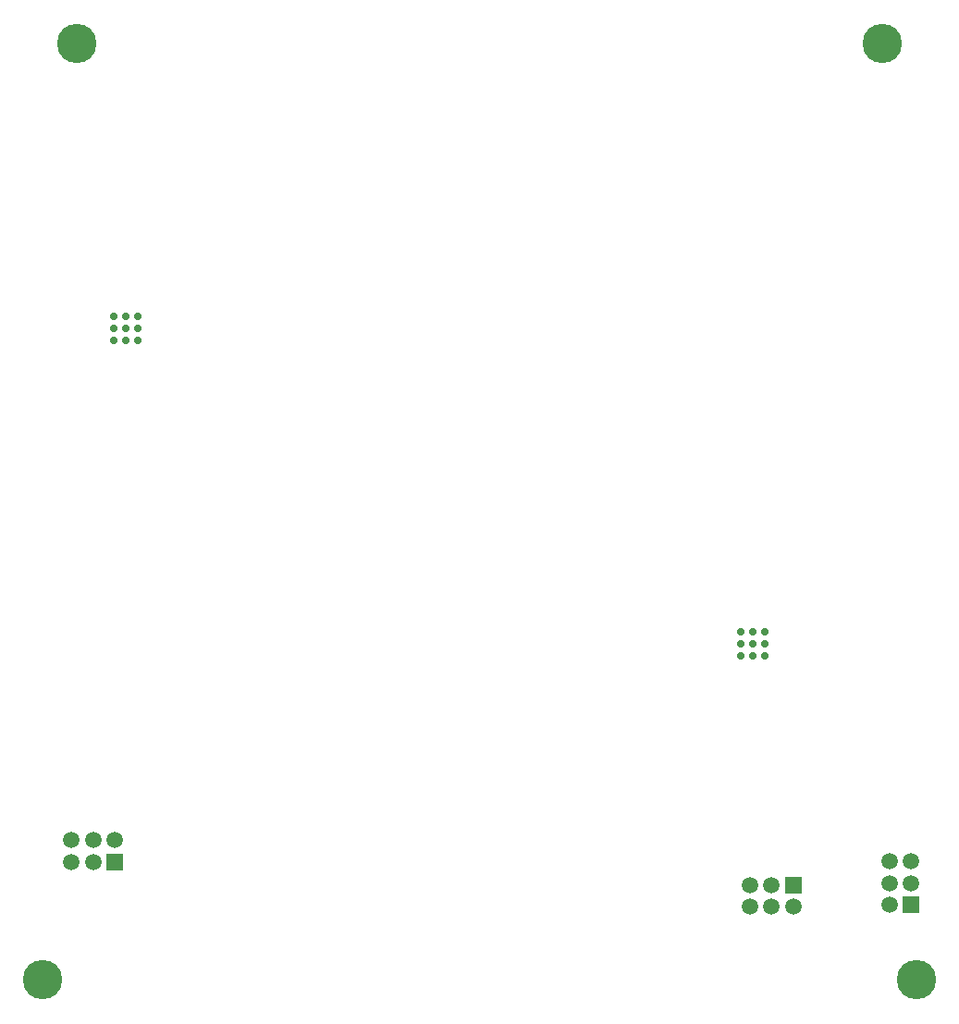
<source format=gbr>
G04 #@! TF.FileFunction,Soldermask,Bot*
%FSLAX46Y46*%
G04 Gerber Fmt 4.6, Leading zero omitted, Abs format (unit mm)*
G04 Created by KiCad (PCBNEW 4.0.7) date Friday, March 09, 2018 'PMt' 08:43:15 PM*
%MOMM*%
%LPD*%
G01*
G04 APERTURE LIST*
%ADD10C,0.100000*%
%ADD11C,3.600000*%
%ADD12R,1.500000X1.500000*%
%ADD13C,1.500000*%
%ADD14C,0.740000*%
G04 APERTURE END LIST*
D10*
D11*
X185600000Y-58000000D03*
X188750000Y-143700000D03*
X108750000Y-143700000D03*
D12*
X177500000Y-135000000D03*
D13*
X177500000Y-137000000D03*
X175500000Y-135000000D03*
X175500000Y-137000000D03*
X173500000Y-135000000D03*
X173500000Y-137000000D03*
D12*
X115400000Y-132900000D03*
D13*
X115400000Y-130900000D03*
X113400000Y-132900000D03*
X113400000Y-130900000D03*
X111400000Y-132900000D03*
X111400000Y-130900000D03*
D12*
X188277620Y-136834336D03*
D13*
X186277620Y-136834336D03*
X188277620Y-134834336D03*
X186277620Y-134834336D03*
X188277620Y-132834336D03*
X186277620Y-132834336D03*
D11*
X111900000Y-58000000D03*
D14*
X115234760Y-85181328D03*
X116334760Y-85181328D03*
X117434760Y-85181328D03*
X115234760Y-84081328D03*
X116334760Y-84081328D03*
X117434760Y-84081328D03*
X115234760Y-82981328D03*
X116334760Y-82981328D03*
X117434760Y-82981328D03*
X174859692Y-114005988D03*
X174859692Y-112905988D03*
X174859692Y-111805988D03*
X173759692Y-114005988D03*
X173759692Y-112905988D03*
X173759692Y-111805988D03*
X172659692Y-114005988D03*
X172659692Y-112905988D03*
X172659692Y-111805988D03*
M02*

</source>
